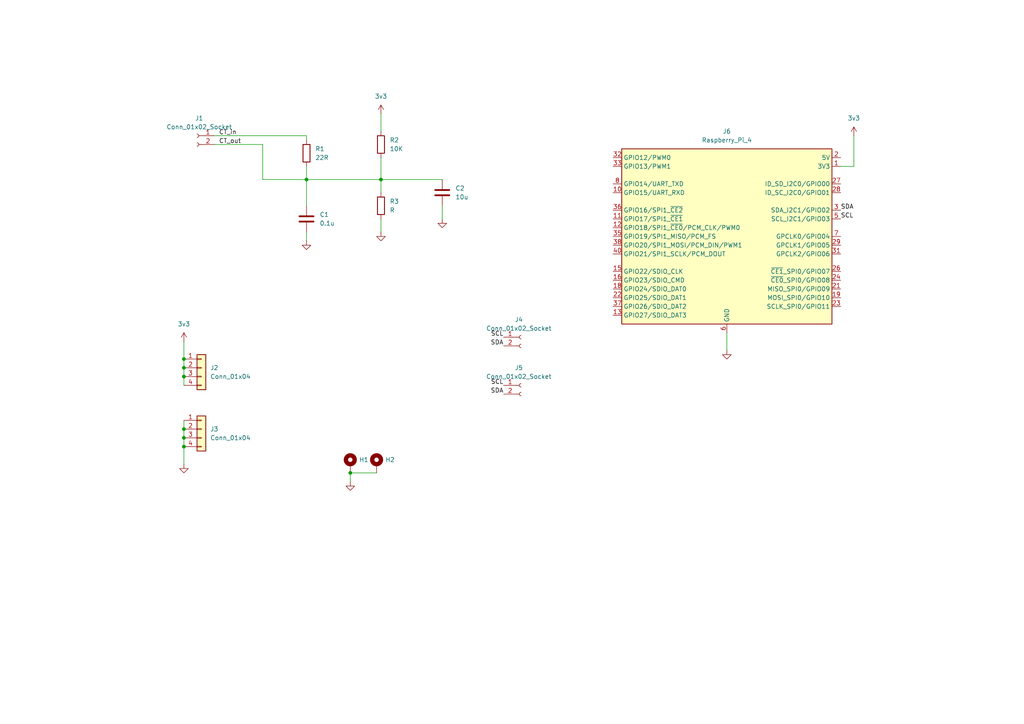
<source format=kicad_sch>
(kicad_sch (version 20250114) (generator "eeschema") (generator_version "9.0")
  (paper "A4")
  (lib_symbols
    (symbol "Connector:Conn_01x02_Socket" (pin_names (offset 1.016) (hide yes))
      (property "Reference" "J" (at 0 2.54 0))
      (property "Value" "Conn_01x02_Socket" (at 0 -5.08 0))
      (symbol "Conn_01x02_Socket_1_1"
        (polyline (pts (xy -1.27 0) (xy -0.508 0)) (stroke (width 0.1524)))
        (polyline (pts (xy -1.27 -2.54) (xy -0.508 -2.54)) (stroke (width 0.1524)))
        (arc (start 0 -0.508) (mid -0.5058 0) (end 0 0.508) (stroke (width 0.1524)))
        (arc (start 0 -3.048) (mid -0.5058 -2.54) (end 0 -2.032) (stroke (width 0.1524)))
        (pin passive line (at -5.08 0 0) (length 3.81) (name "Pin_1") (number "1"))
        (pin passive line (at -5.08 -2.54 0) (length 3.81) (name "Pin_2") (number "2"))
      )
    )
    (symbol "Connector:Raspberry_Pi_4"
      (property "Reference" "J" (at -17.526 48.768 0))
      (property "Value" "Raspberry_Pi_4" (at 15.748 -26.416 0))
      (symbol "Raspberry_Pi_4_0_1"
        (rectangle (start -30.48 25.4) (end 30.48 -25.4) (stroke (width 0.254)) (fill (type background)))
      )
      (symbol "Raspberry_Pi_4_1_1"
        (pin bidirectional line (at -33.02 22.86 0) (length 2.54) (name "GPIO12/PWM0") (number "32"))
        (pin bidirectional line (at -33.02 20.32 0) (length 2.54) (name "GPIO13/PWM1") (number "33"))
        (pin bidirectional line (at -33.02 15.24 0) (length 2.54) (name "GPIO14/UART_TXD") (number "8"))
        (pin bidirectional line (at -33.02 12.7 0) (length 2.54) (name "GPIO15/UART_RXD") (number "10"))
        (pin bidirectional line (at -33.02 7.62 0) (length 2.54) (name "GPIO16/SPI1_~{CE2}") (number "36"))
        (pin bidirectional line (at -33.02 5.08 0) (length 2.54) (name "GPIO17/SPI1_~{CE1}") (number "11"))
        (pin bidirectional line (at -33.02 2.54 0) (length 2.54) (name "GPIO18/SPI1_~{CE0}/PCM_CLK/PWM0") (number "12"))
        (pin bidirectional line (at -33.02 0 0) (length 2.54) (name "GPIO19/SPI1_MISO/PCM_FS") (number "35"))
        (pin bidirectional line (at -33.02 -2.54 0) (length 2.54) (name "GPIO20/SPI1_MOSI/PCM_DIN/PWM1") (number "38"))
        (pin bidirectional line (at -33.02 -5.08 0) (length 2.54) (name "GPIO21/SPI1_SCLK/PCM_DOUT") (number "40"))
        (pin bidirectional line (at -33.02 -10.16 0) (length 2.54) (name "GPIO22/SDIO_CLK") (number "15"))
        (pin bidirectional line (at -33.02 -12.7 0) (length 2.54) (name "GPIO23/SDIO_CMD") (number "16"))
        (pin bidirectional line (at -33.02 -15.24 0) (length 2.54) (name "GPIO24/SDIO_DAT0") (number "18"))
        (pin bidirectional line (at -33.02 -17.78 0) (length 2.54) (name "GPIO25/SDIO_DAT1") (number "22"))
        (pin bidirectional line (at -33.02 -20.32 0) (length 2.54) (name "GPIO26/SDIO_DAT2") (number "37"))
        (pin bidirectional line (at -33.02 -22.86 0) (length 2.54) (name "GPIO27/SDIO_DAT3") (number "13"))
        (pin passive line (at 0 -27.94 90) (length 2.54) (hide yes) (name "GND") (number "14"))
        (pin passive line (at 0 -27.94 90) (length 2.54) (hide yes) (name "GND") (number "20"))
        (pin passive line (at 0 -27.94 90) (length 2.54) (hide yes) (name "GND") (number "25"))
        (pin passive line (at 0 -27.94 90) (length 2.54) (hide yes) (name "GND") (number "30"))
        (pin passive line (at 0 -27.94 90) (length 2.54) (hide yes) (name "GND") (number "34"))
        (pin passive line (at 0 -27.94 90) (length 2.54) (hide yes) (name "GND") (number "39"))
        (pin power_out line (at 0 -27.94 90) (length 2.54) (name "GND") (number "6"))
        (pin passive line (at 0 -27.94 90) (length 2.54) (hide yes) (name "GND") (number "9"))
        (pin power_out line (at 33.02 22.86 180) (length 2.54) (name "5V") (number "2"))
        (pin passive line (at 33.02 22.86 180) (length 2.54) (hide yes) (name "5V") (number "4"))
        (pin power_out line (at 33.02 20.32 180) (length 2.54) (name "3V3") (number "1"))
        (pin passive line (at 33.02 20.32 180) (length 2.54) (hide yes) (name "3V3") (number "17"))
        (pin bidirectional line (at 33.02 15.24 180) (length 2.54) (name "ID_SD_I2C0/GPIO00") (number "27"))
        (pin bidirectional line (at 33.02 12.7 180) (length 2.54) (name "ID_SC_I2C0/GPIO01") (number "28"))
        (pin bidirectional line (at 33.02 7.62 180) (length 2.54) (name "SDA_I2C1/GPIO02") (number "3"))
        (pin bidirectional line (at 33.02 5.08 180) (length 2.54) (name "SCL_I2C1/GPIO03") (number "5"))
        (pin bidirectional line (at 33.02 0 180) (length 2.54) (name "GPCLK0/GPIO04") (number "7"))
        (pin bidirectional line (at 33.02 -2.54 180) (length 2.54) (name "GPCLK1/GPIO05") (number "29"))
        (pin bidirectional line (at 33.02 -5.08 180) (length 2.54) (name "GPCLK2/GPIO06") (number "31"))
        (pin bidirectional line (at 33.02 -10.16 180) (length 2.54) (name "~{CE1}_SPI0/GPIO07") (number "26"))
        (pin bidirectional line (at 33.02 -12.7 180) (length 2.54) (name "~{CE0}_SPI0/GPIO08") (number "24"))
        (pin bidirectional line (at 33.02 -15.24 180) (length 2.54) (name "MISO_SPI0/GPIO09") (number "21"))
        (pin bidirectional line (at 33.02 -17.78 180) (length 2.54) (name "MOSI_SPI0/GPIO10") (number "19"))
        (pin bidirectional line (at 33.02 -20.32 180) (length 2.54) (name "SCLK_SPI0/GPIO11") (number "23"))
      )
    )
    (symbol "Connector_Generic:Conn_01x04" (pin_names (offset 1.016) (hide yes))
      (property "Reference" "J" (at 0 5.08 0))
      (property "Value" "Conn_01x04" (at 0 -7.62 0))
      (symbol "Conn_01x04_1_1"
        (rectangle (start -1.27 3.81) (end 1.27 -6.35) (stroke (width 0.254)) (fill (type background)))
        (rectangle (start -1.27 2.667) (end 0 2.413) (stroke (width 0.1524)))
        (rectangle (start -1.27 0.127) (end 0 -0.127) (stroke (width 0.1524)))
        (rectangle (start -1.27 -2.413) (end 0 -2.667) (stroke (width 0.1524)))
        (rectangle (start -1.27 -4.953) (end 0 -5.207) (stroke (width 0.1524)))
        (pin passive line (at -5.08 2.54 0) (length 3.81) (name "Pin_1") (number "1"))
        (pin passive line (at -5.08 0 0) (length 3.81) (name "Pin_2") (number "2"))
        (pin passive line (at -5.08 -2.54 0) (length 3.81) (name "Pin_3") (number "3"))
        (pin passive line (at -5.08 -5.08 0) (length 3.81) (name "Pin_4") (number "4"))
      )
    )
    (symbol "Device:C" (pin_numbers (hide yes)) (pin_names (offset 0.254))
      (property "Reference" "C" (at 0.635 2.54 0))
      (property "Value" "C" (at 0.635 -2.54 0))
      (symbol "C_0_1"
        (polyline (pts (xy -2.032 0.762) (xy 2.032 0.762)) (stroke (width 0.508)))
        (polyline (pts (xy -2.032 -0.762) (xy 2.032 -0.762)) (stroke (width 0.508)))
      )
      (symbol "C_1_1"
        (pin passive line (at 0 3.81 270) (length 2.794) (name "~") (number "1"))
        (pin passive line (at 0 -3.81 90) (length 2.794) (name "~") (number "2"))
      )
    )
    (symbol "Device:R" (pin_numbers (hide yes)) (pin_names (offset 0))
      (property "Reference" "R" (at 2.032 0 90))
      (property "Value" "R" (at 0 0 90))
      (symbol "R_0_1"
        (rectangle (start -1.016 -2.54) (end 1.016 2.54) (stroke (width 0.254)))
      )
      (symbol "R_1_1"
        (pin passive line (at 0 3.81 270) (length 1.27) (name "~") (number "1"))
        (pin passive line (at 0 -3.81 90) (length 1.27) (name "~") (number "2"))
      )
    )
    (symbol "Mechanical:MountingHole_Pad" (pin_numbers (hide yes)) (pin_names (offset 1.016) (hide yes)) (in_bom no)
      (property "Reference" "H" (at 0 6.35 0))
      (property "Value" "MountingHole_Pad" (at 0 4.445 0))
      (symbol "MountingHole_Pad_0_1"
        (circle (center 0 1.27) (radius 1.27) (stroke (width 1.27)))
      )
      (symbol "MountingHole_Pad_1_1"
        (pin input line (at 0 -2.54 90) (length 2.54) (name "1") (number "1"))
      )
    )
    (symbol "power:GND" (power) (pin_numbers (hide yes)) (pin_names (offset 0) (hide yes))
      (property "Value" "GND" (at 0 -3.81 0))
      (symbol "GND_0_1"
        (polyline (pts (xy 0 0) (xy 0 -1.27) (xy 1.27 -1.27) (xy 0 -2.54) (xy -1.27 -1.27) (xy 0 -1.27)))
      )
      (symbol "GND_1_1"
        (pin power_in line (at 0 0 270) (length 0) (name "~") (number "1"))
      )
    )
    (symbol "power:VCC" (power) (pin_numbers (hide yes)) (pin_names (offset 0) (hide yes))
      (property "Value" "VCC" (at 0 3.556 0))
      (symbol "VCC_0_1"
        (polyline (pts (xy -0.762 1.27) (xy 0 2.54)))
        (polyline (pts (xy 0 2.54) (xy 0.762 1.27)))
        (polyline (pts (xy 0 0) (xy 0 2.54)))
      )
      (symbol "VCC_1_1"
        (pin power_in line (at 0 0 90) (length 0) (name "~") (number "1"))
      )
    )
  )
  (junction (at 110.49 52.07))
  (junction (at 53.34 106.68))
  (junction (at 53.34 104.14))
  (junction (at 101.6 137.16))
  (junction (at 88.9 52.07))
  (junction (at 53.34 129.54))
  (junction (at 53.34 124.46))
  (junction (at 53.34 109.22))
  (junction (at 53.34 127))
  (wire (pts (xy 62.23 41.91) (xy 76.2 41.91)))
  (wire (pts (xy 53.34 124.46) (xy 53.34 127)))
  (wire (pts (xy 88.9 67.31) (xy 88.9 69.85)))
  (wire (pts (xy 88.9 52.07) (xy 88.9 59.69)))
  (wire (pts (xy 210.82 96.52) (xy 210.82 101.6)))
  (wire (pts (xy 53.34 104.14) (xy 53.34 106.68)))
  (wire (pts (xy 88.9 52.07) (xy 110.49 52.07)))
  (wire (pts (xy 88.9 48.26) (xy 88.9 52.07)))
  (wire (pts (xy 247.65 39.37) (xy 247.65 48.26)))
  (wire (pts (xy 53.34 129.54) (xy 53.34 134.62)))
  (wire (pts (xy 247.65 48.26) (xy 243.84 48.26)))
  (wire (pts (xy 88.9 39.37) (xy 88.9 40.64)))
  (wire (pts (xy 53.34 99.06) (xy 53.34 104.14)))
  (wire (pts (xy 53.34 109.22) (xy 53.34 111.76)))
  (wire (pts (xy 110.49 63.5) (xy 110.49 67.31)))
  (wire (pts (xy 109.22 137.16) (xy 101.6 137.16)))
  (wire (pts (xy 101.6 137.16) (xy 101.6 139.7)))
  (wire (pts (xy 76.2 52.07) (xy 88.9 52.07)))
  (wire (pts (xy 110.49 45.72) (xy 110.49 52.07)))
  (wire (pts (xy 53.34 127) (xy 53.34 129.54)))
  (wire (pts (xy 62.23 39.37) (xy 88.9 39.37)))
  (wire (pts (xy 110.49 33.02) (xy 110.49 38.1)))
  (wire (pts (xy 110.49 52.07) (xy 128.27 52.07)))
  (wire (pts (xy 53.34 106.68) (xy 53.34 109.22)))
  (wire (pts (xy 76.2 41.91) (xy 76.2 52.07)))
  (wire (pts (xy 110.49 52.07) (xy 110.49 55.88)))
  (wire (pts (xy 128.27 59.69) (xy 128.27 63.5)))
  (wire (pts (xy 53.34 121.92) (xy 53.34 124.46)))
  (label "SCL" (at 146.05 97.79 180))
  (label "SDA" (at 146.05 100.33 180))
  (label "SCL" (at 146.05 111.76 180))
  (label "CT_in" (at 63.5 39.37 0))
  (label "CT_out" (at 63.5 41.91 0))
  (label "SDA" (at 243.84 60.96 0))
  (label "SCL" (at 243.84 63.5 0))
  (label "SDA" (at 146.05 114.3 180))
  (symbol (lib_id "power:GND") (at 101.6 139.7 0) (unit 1)
    (property "Reference" "#PWR04" (effects (hide yes)))
    (property "Value" "GND" (effects (hide yes)))
    (property "Description" "Power symbol creates a global label with name \"GND\" , ground" (effects (hide yes)))
  )
  (symbol (lib_id "Device:R") (at 110.49 41.91 0) (unit 1)
    (property "Reference" "R2" (at 113.03 40.6399 0) (effects (justify left)))
    (property "Value" "10K" (at 113.03 43.1799 0) (effects (justify left)))
    (property "Footprint" "Resistor_SMD:R_0805_2012Metric_Pad1.20x1.40mm_HandSolder" (effects (hide yes)))
    (property "Description" "Resistor" (effects (hide yes)))
  )
  (symbol (lib_id "Device:C") (at 88.9 63.5 0) (unit 1)
    (property "Reference" "C1" (at 92.71 62.2299 0) (effects (justify left)))
    (property "Value" "0.1u" (at 92.71 64.7699 0) (effects (justify left)))
    (property "Footprint" "Capacitor_SMD:C_0805_2012Metric_Pad1.18x1.45mm_HandSolder" (effects (hide yes)))
    (property "Description" "Unpolarized capacitor" (effects (hide yes)))
  )
  (symbol (lib_id "power:VCC") (at 53.34 99.06 0) (unit 1)
    (property "Reference" "#PWR01" (effects (hide yes)))
    (property "Value" "3v3" (at 53.34 93.98 0))
    (property "Description" "Power symbol creates a global label with name \"VCC\"" (effects (hide yes)))
  )
  (symbol (lib_id "Connector_Generic:Conn_01x04") (at 58.42 124.46 0) (unit 1)
    (property "Reference" "J3" (at 60.96 124.4599 0) (effects (justify left)))
    (property "Value" "Conn_01x04" (at 60.96 126.9999 0) (effects (justify left)))
    (property "Footprint" "Connector_Phoenix_MC:PhoenixContact_MCV_1,5_4-G-3.5_1x04_P3.50mm_Vertical" (effects (hide yes)))
    (property "Description" "Generic connector, single row, 01x04, script generated (kicad-library-utils/schlib/autogen/connector/)" (effects (hide yes)))
  )
  (symbol (lib_id "Connector:Conn_01x02_Socket") (at 57.15 39.37 0) (mirror y) (unit 1)
    (property "Reference" "J1" (at 57.785 34.29 0))
    (property "Value" "Conn_01x02_Socket" (at 57.785 36.83 0))
    (property "Footprint" "Connector_Phoenix_MC:PhoenixContact_MCV_1,5_2-G-3.5_1x02_P3.50mm_Vertical" (effects (hide yes)))
    (property "Description" "Generic connector, single row, 01x02, script generated" (effects (hide yes)))
  )
  (symbol (lib_id "Device:R") (at 110.49 59.69 0) (unit 1)
    (property "Reference" "R3" (at 113.03 58.4199 0) (effects (justify left)))
    (property "Value" "R" (at 113.03 60.9599 0) (effects (justify left)))
    (property "Footprint" "Resistor_SMD:R_0805_2012Metric_Pad1.20x1.40mm_HandSolder" (effects (hide yes)))
    (property "Description" "Resistor" (effects (hide yes)))
  )
  (symbol (lib_id "Connector:Conn_01x02_Socket") (at 151.13 111.76 0) (unit 1)
    (property "Reference" "J5" (at 150.495 106.68 0))
    (property "Value" "Conn_01x02_Socket" (at 150.495 109.22 0))
    (property "Footprint" "Connector_Phoenix_MC:PhoenixContact_MCV_1,5_2-G-3.5_1x02_P3.50mm_Vertical" (effects (hide yes)))
    (property "Description" "Generic connector, single row, 01x02, script generated" (effects (hide yes)))
  )
  (symbol (lib_id "power:VCC") (at 247.65 39.37 0) (unit 1)
    (property "Reference" "#PWR09" (effects (hide yes)))
    (property "Value" "3v3" (at 247.65 34.29 0))
    (property "Description" "Power symbol creates a global label with name \"VCC\"" (effects (hide yes)))
  )
  (symbol (lib_id "Connector_Generic:Conn_01x04") (at 58.42 106.68 0) (unit 1)
    (property "Reference" "J2" (at 60.96 106.6799 0) (effects (justify left)))
    (property "Value" "Conn_01x04" (at 60.96 109.2199 0) (effects (justify left)))
    (property "Footprint" "Connector_Phoenix_MC:PhoenixContact_MCV_1,5_4-G-3.5_1x04_P3.50mm_Vertical" (effects (hide yes)))
    (property "Description" "Generic connector, single row, 01x04, script generated (kicad-library-utils/schlib/autogen/connector/)" (effects (hide yes)))
  )
  (symbol (lib_id "Connector:Raspberry_Pi_4") (at 210.82 68.58 0) (unit 1)
    (property "Reference" "J6" (at 210.82 38.1 0))
    (property "Value" "Raspberry_Pi_4" (at 210.82 40.64 0))
    (property "Footprint" "Connector_PinHeader_2.54mm:PinHeader_2x20_P2.54mm_Vertical" (effects (hide yes)))
    (property "Datasheet" "https://datasheets.raspberrypi.com/rpi4/raspberry-pi-4-datasheet.pdf" (effects (hide yes)))
    (property "Description" "Raspberry Pi 4 Model B" (effects (hide yes)))
  )
  (symbol (lib_id "Connector:Conn_01x02_Socket") (at 151.13 97.79 0) (unit 1)
    (property "Reference" "J4" (at 150.495 92.71 0))
    (property "Value" "Conn_01x02_Socket" (at 150.495 95.25 0))
    (property "Footprint" "Connector_Phoenix_MC:PhoenixContact_MCV_1,5_2-G-3.5_1x02_P3.50mm_Vertical" (effects (hide yes)))
    (property "Description" "Generic connector, single row, 01x02, script generated" (effects (hide yes)))
  )
  (symbol (lib_id "Mechanical:MountingHole_Pad") (at 101.6 134.62 0) (unit 1) (in_bom no)
    (property "Reference" "H1" (at 104.14 133.3499 0) (effects (justify left)))
    (property "Value" "MountingHole_Pad" (effects (hide yes)))
    (property "Footprint" "MountingHole:MountingHole_2.5mm_Pad_Via" (effects (hide yes)))
    (property "Description" "Mounting Hole with connection" (effects (hide yes)))
  )
  (symbol (lib_id "power:GND") (at 88.9 69.85 0) (unit 1)
    (property "Reference" "#PWR03" (effects (hide yes)))
    (property "Value" "GND" (effects (hide yes)))
    (property "Description" "Power symbol creates a global label with name \"GND\" , ground" (effects (hide yes)))
  )
  (symbol (lib_id "power:GND") (at 110.49 67.31 0) (unit 1)
    (property "Reference" "#PWR06" (effects (hide yes)))
    (property "Value" "GND" (effects (hide yes)))
    (property "Description" "Power symbol creates a global label with name \"GND\" , ground" (effects (hide yes)))
  )
  (symbol (lib_id "Device:R") (at 88.9 44.45 0) (unit 1)
    (property "Reference" "R1" (at 91.44 43.1799 0) (effects (justify left)))
    (property "Value" "22R" (at 91.44 45.7199 0) (effects (justify left)))
    (property "Footprint" "Resistor_SMD:R_0805_2012Metric_Pad1.20x1.40mm_HandSolder" (effects (hide yes)))
    (property "Description" "Resistor" (effects (hide yes)))
  )
  (symbol (lib_id "Device:C") (at 128.27 55.88 0) (unit 1)
    (property "Reference" "C2" (at 132.08 54.6099 0) (effects (justify left)))
    (property "Value" "10u" (at 132.08 57.1499 0) (effects (justify left)))
    (property "Footprint" "Capacitor_SMD:C_0805_2012Metric_Pad1.18x1.45mm_HandSolder" (effects (hide yes)))
    (property "Description" "Unpolarized capacitor" (effects (hide yes)))
  )
  (symbol (lib_id "Mechanical:MountingHole_Pad") (at 109.22 134.62 0) (unit 1) (in_bom no)
    (property "Reference" "H2" (at 111.76 133.3499 0) (effects (justify left)))
    (property "Value" "MountingHole_Pad" (effects (hide yes)))
    (property "Footprint" "MountingHole:MountingHole_2.5mm_Pad_Via" (effects (hide yes)))
    (property "Description" "Mounting Hole with connection" (effects (hide yes)))
  )
  (symbol (lib_id "power:GND") (at 128.27 63.5 0) (unit 1)
    (property "Reference" "#PWR07" (effects (hide yes)))
    (property "Value" "GND" (effects (hide yes)))
    (property "Description" "Power symbol creates a global label with name \"GND\" , ground" (effects (hide yes)))
  )
  (symbol (lib_id "power:GND") (at 210.82 101.6 0) (unit 1)
    (property "Reference" "#PWR08" (effects (hide yes)))
    (property "Value" "GND" (effects (hide yes)))
    (property "Description" "Power symbol creates a global label with name \"GND\" , ground" (effects (hide yes)))
  )
  (symbol (lib_id "power:GND") (at 53.34 134.62 0) (unit 1)
    (property "Reference" "#PWR02" (effects (hide yes)))
    (property "Value" "GND" (effects (hide yes)))
    (property "Description" "Power symbol creates a global label with name \"GND\" , ground" (effects (hide yes)))
  )
  (symbol (lib_id "power:VCC") (at 110.49 33.02 0) (unit 1)
    (property "Reference" "#PWR05" (effects (hide yes)))
    (property "Value" "3v3" (at 110.49 27.94 0))
    (property "Description" "Power symbol creates a global label with name \"VCC\"" (effects (hide yes)))
  )
)
</source>
